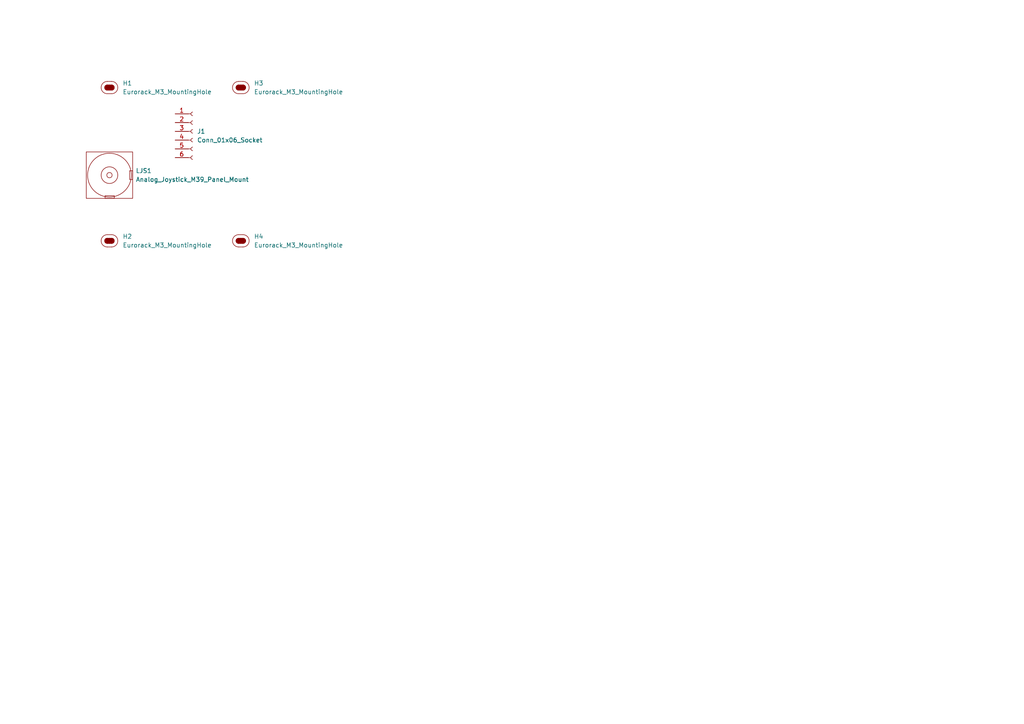
<source format=kicad_sch>
(kicad_sch (version 20231120) (generator "eeschema") (generator_version "8.0")
  (paper "A4")
  (lib_symbols
    (symbol "Connector:Conn_01x06_Socket" (pin_names (offset 1.016) hide)
      (property "Reference" "J" (at 0 7.62 0))
      (property "Value" "Conn_01x06_Socket" (at 0 -10.16 0))
      (symbol "Conn_01x06_Socket_1_1"
        (arc (start 0 -7.112) (mid -0.5058 -7.62) (end 0 -8.128) (stroke (width 0.1524)))
        (arc (start 0 -4.572) (mid -0.5058 -5.08) (end 0 -5.588) (stroke (width 0.1524)))
        (arc (start 0 -2.032) (mid -0.5058 -2.54) (end 0 -3.048) (stroke (width 0.1524)))
        (polyline (pts (xy -1.27 -7.62) (xy -0.508 -7.62)) (stroke (width 0.1524)))
        (polyline (pts (xy -1.27 -5.08) (xy -0.508 -5.08)) (stroke (width 0.1524)))
        (polyline (pts (xy -1.27 -2.54) (xy -0.508 -2.54)) (stroke (width 0.1524)))
        (polyline (pts (xy -1.27 0) (xy -0.508 0)) (stroke (width 0.1524)))
        (polyline (pts (xy -1.27 2.54) (xy -0.508 2.54)) (stroke (width 0.1524)))
        (polyline (pts (xy -1.27 5.08) (xy -0.508 5.08)) (stroke (width 0.1524)))
        (arc (start 0 0.508) (mid -0.5058 0) (end 0 -0.508) (stroke (width 0.1524)))
        (arc (start 0 3.048) (mid -0.5058 2.54) (end 0 2.032) (stroke (width 0.1524)))
        (arc (start 0 5.588) (mid -0.5058 5.08) (end 0 4.572) (stroke (width 0.1524)))
        (pin passive line (at -5.08 5.08 0) (length 3.81) (name "Pin_1") (number "1"))
        (pin passive line (at -5.08 2.54 0) (length 3.81) (name "Pin_2") (number "2"))
        (pin passive line (at -5.08 0 0) (length 3.81) (name "Pin_3") (number "3"))
        (pin passive line (at -5.08 -2.54 0) (length 3.81) (name "Pin_4") (number "4"))
        (pin passive line (at -5.08 -5.08 0) (length 3.81) (name "Pin_5") (number "5"))
        (pin passive line (at -5.08 -7.62 0) (length 3.81) (name "Pin_6") (number "6"))
      )
    )
    (symbol "EXC:Analog_Joystick_M39_Panel_Mount"
      (property "Reference" "LJS" (at 0 7.874 0))
      (property "Value" "Analog_Joystick_M39_Panel_Mount" (at 0 -8.382 0))
      (symbol "Analog_Joystick_M39_Panel_Mount_0_1"
        (rectangle (start -6.731 6.731) (end 6.731 -6.731))
        (circle (center 0 0) (radius 0.762))
        (circle (center 0 0) (radius 2.413))
        (circle (center 0 0) (radius 6.35))
        (rectangle (start 1.397 -5.969) (end -1.27 -6.731))
        (rectangle (start 5.842 1.27) (end 6.731 -1.27))
      )
    )
    (symbol "EXC:Eurorack_M3_MountingHole" (pin_names (offset 1.016)) (exclude_from_sim yes) (in_bom no)
      (property "Reference" "H" (at 0 5.08 0))
      (property "Value" "Eurorack_M3_MountingHole" (at 0 3.175 0))
      (symbol "Eurorack_M3_MountingHole_0_1"
        (circle (center -0.635 0) (radius 0.762) (fill (type outline)))
        (arc (start -0.635 0.762) (mid -1.397 0) (end -0.635 -0.762))
        (arc (start -0.635 1.778) (mid -2.413 0) (end -0.635 -1.778))
        (polyline (pts (xy -0.635 -1.778) (xy 0.635 -1.778)))
        (polyline (pts (xy -0.635 -0.762) (xy 0.635 -0.762)))
        (polyline (pts (xy -0.635 0.762) (xy 0.635 0.762)))
        (polyline (pts (xy 0.635 1.778) (xy -0.635 1.778)))
        (circle (center 0 0) (radius 0.762) (fill (type outline)))
        (arc (start 0.6141 -1.778) (mid 2.4131 0) (end 0.6141 1.778))
        (arc (start 0.6227 -0.762) (mid 1.3971 0) (end 0.6227 0.762))
        (circle (center 0.635 0) (radius 0.762) (fill (type outline)))
      )
    )
  )
  (symbol (lib_id "EXC:Eurorack_M3_MountingHole") (at 69.85 69.85 0) (unit 1) (exclude_from_sim yes) (in_bom no)
    (property "Reference" "H4" (at 73.66 68.5799 0) (effects (justify left)))
    (property "Value" "Eurorack_M3_MountingHole" (at 73.66 71.1199 0) (effects (justify left)))
    (property "Footprint" "EXC:MountingHole_3.2mm_M3" (effects (hide yes)))
    (property "Description" "Mounting Hole without connection" (effects (hide yes)))
  )
  (symbol (lib_id "EXC:Eurorack_M3_MountingHole") (at 31.75 69.85 0) (unit 1) (exclude_from_sim yes) (in_bom no)
    (property "Reference" "H2" (at 35.56 68.5799 0) (effects (justify left)))
    (property "Value" "Eurorack_M3_MountingHole" (at 35.56 71.1199 0) (effects (justify left)))
    (property "Footprint" "EXC:MountingHole_3.2mm_M3" (effects (hide yes)))
    (property "Description" "Mounting Hole without connection" (effects (hide yes)))
  )
  (symbol (lib_id "Connector:Conn_01x06_Socket") (at 55.88 38.1 0) (unit 1)
    (property "Reference" "J1" (at 57.15 38.0999 0) (effects (justify left)))
    (property "Value" "Conn_01x06_Socket" (at 57.15 40.6399 0) (effects (justify left)))
    (property "Footprint" "Connector_PinSocket_2.54mm:PinSocket_1x06_P2.54mm_Vertical" (effects (hide yes)))
    (property "Description" "Generic connector, single row, 01x06, script generated" (effects (hide yes)))
  )
  (symbol (lib_id "EXC:Eurorack_M3_MountingHole") (at 31.75 25.4 0) (unit 1) (exclude_from_sim yes) (in_bom no)
    (property "Reference" "H1" (at 35.56 24.1299 0) (effects (justify left)))
    (property "Value" "Eurorack_M3_MountingHole" (at 35.56 26.6699 0) (effects (justify left)))
    (property "Footprint" "EXC:MountingHole_3.2mm_M3" (effects (hide yes)))
    (property "Description" "Mounting Hole without connection" (effects (hide yes)))
  )
  (symbol (lib_id "EXC:Eurorack_M3_MountingHole") (at 69.85 25.4 0) (unit 1) (exclude_from_sim yes) (in_bom no)
    (property "Reference" "H3" (at 73.66 24.1299 0) (effects (justify left)))
    (property "Value" "Eurorack_M3_MountingHole" (at 73.66 26.6699 0) (effects (justify left)))
    (property "Footprint" "EXC:MountingHole_3.2mm_M3" (effects (hide yes)))
    (property "Description" "Mounting Hole without connection" (effects (hide yes)))
  )
  (symbol (lib_id "EXC:Analog_Joystick_M39_Panel_Mount") (at 31.75 50.8 0) (unit 1)
    (property "Reference" "LJS1" (at 39.37 49.5299 0) (effects (justify left)))
    (property "Value" "Analog_Joystick_M39_Panel_Mount" (at 39.37 52.0699 0) (effects (justify left)))
    (property "Footprint" "EXC:Analog_Joystick_M39_Panel_Mount" (effects (hide yes)))
    (property "Datasheet" "https://module-center.com/administrator/files/UploadFile/D202X-R4.pdf" (effects (hide yes)))
    (property "Description" "Mini Analog Joystick - 10K Potentiometers. Panel-mount with 39.5mm Diameter hole." (effects (hide yes)))
    (property "Source" "https://www.adafruit.com/product/3102" (effects (hide yes)))
  )
)
</source>
